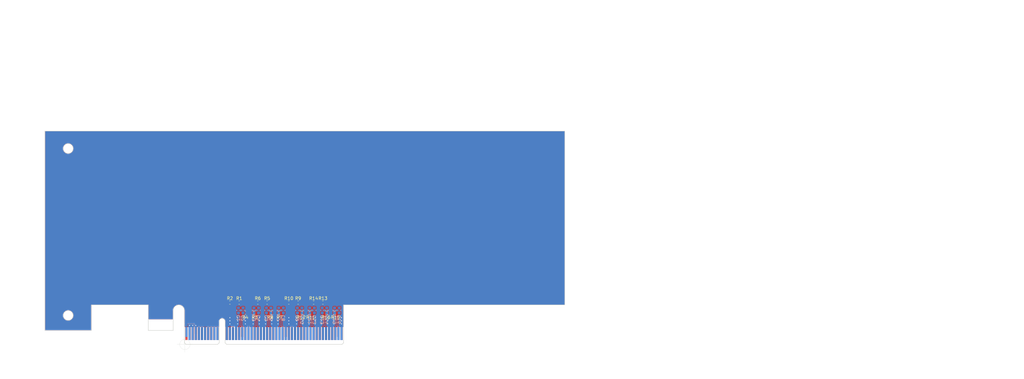
<source format=kicad_pcb>
(kicad_pcb (version 20241229) (generator "pcbnew") (generator_version "9.0")
  (title_block (title "PCIexpress_x16_full") (company "Author: Luca Anastasio"))
  (layers (0 "F.Cu" power) (4 "In1.Cu" power) (6 "In2.Cu" power) (2 "B.Cu" power) (13 "F.Paste" user) (15 "B.Paste" user) (5 "F.SilkS" user "F.Silkscreen") (7 "B.SilkS" user "B.Silkscreen") (1 "F.Mask" user) (3 "B.Mask" user) (25 "Edge.Cuts" user))
  (net 0 "")
  (net 1 "GND")
  (net 2 "Net-(J2-PadA33)")
  (net 3 "Net-(J2-PadA32)")
  (net 4 "Net-(J2-PadA19)")
  (net 5 "+12V")
  (net 6 "+3V3")
  (net 7 "+3.3VA")
  (net 8 "Net-(J2-PadB12)")
  (net 9 "Net-(J2-PadB30)")
  (net 10 "/PER0_P")
  (net 11 "/PER0_N")
  (net 12 "/PER1_P")
  (net 13 "/PER1_N")
  (net 14 "/PER2_P")
  (net 15 "/PER2_N")
  (net 16 "/PER3_P")
  (net 17 "/PER3_N")
  (net 18 "/PER4_P")
  (net 19 "/PER4_N")
  (net 20 "/PER5_P")
  (net 21 "/PER5_N")
  (net 22 "/PER6_P")
  (net 23 "/PER6_N")
  (net 24 "/PER7_P")
  (net 25 "/PER7_N")
  (net 26 "/~{PRSNT2x8}")
  (net 27 "/PET7_N")
  (net 28 "/PET7_P")
  (net 29 "/PET6_N")
  (net 30 "/PET6_P")
  (net 31 "/PET5_N")
  (net 32 "/PET5_P")
  (net 33 "/PET4_N")
  (net 34 "/PET4_P")
  (net 35 "/~{PRSNT2x4}")
  (net 36 "/PET3_N")
  (net 37 "/PET3_P")
  (net 38 "/PET2_N")
  (net 39 "/PET2_P")
  (net 40 "/PET1_N")
  (net 41 "/PET1_P")
  (net 42 "/SMCLK")
  (net 43 "/SMDAT")
  (net 44 "/~{TRST}")
  (net 45 "/~{WAKE}")
  (net 46 "/PET0_P")
  (net 47 "/PET0_N")
  (net 48 "/~{PRSNT2x1}")
  (net 49 "/~{PRSNT1}")
  (net 50 "/TCK")
  (net 51 "/TDI")
  (net 52 "/TDO")
  (net 53 "/TMS")
  (net 54 "/~{PERST}")
  (net 55 "/REFCLK-")
  (net 56 "/REFCLK+")
  (net 57 "/PCIexpress_connector/_PER0_P")
  (net 58 "/PCIexpress_connector/_PER0_N")
  (net 59 "/PCIexpress_connector/_PER1_P")
  (net 60 "/PCIexpress_connector/_PER1_N")
  (net 61 "/PCIexpress_connector/_PER2_P")
  (net 62 "/PCIexpress_connector/_PER2_N")
  (net 63 "/PCIexpress_connector/_PER3_P")
  (net 64 "/PCIexpress_connector/_PER3_N")
  (net 65 "/PCIexpress_connector/_PER4_P")
  (net 66 "/PCIexpress_connector/_PER4_N")
  (net 67 "/PCIexpress_connector/_PER5_P")
  (net 68 "/PCIexpress_connector/_PER5_N")
  (net 69 "/PCIexpress_connector/_PER6_P")
  (net 70 "/PCIexpress_connector/_PER6_N")
  (net 71 "/PCIexpress_connector/_PER7_P")
  (net 72 "/PCIexpress_connector/_PER7_N")
  (footprint "PCIexpress:PCIexpress_bracket_low" (layer "F.Cu") (at 109.625 194.125)
    (property "Reference" "J1" (hide yes))
    (property "Value" "PCIexpress_bracket")
  )
  (footprint "Resistor_SMD:R_0603_1608Metric" (layer "F.Cu") (at 127.125 180.625)
    (property "Reference" "R1" (at 0 -1.375 0) (layer "F.SilkS"))
    (property "Value" "49.9")
    (pad "1" smd roundrect (at -0.7875 0) (size 0.875 0.95) (layers "F.Cu" "F.Mask" "F.Paste") (net 47 "/PET0_N"))
    (pad "2" smd roundrect (at 0.7875 0) (size 0.875 0.95) (layers "F.Cu" "F.Mask" "F.Paste") (net 1 "GND"))
  )
  (footprint "Resistor_SMD:R_0603_1608Metric" (layer "F.Cu") (at 124.125 180.625 180)
    (property "Reference" "R2" (at 0 1.375 0) (layer "F.SilkS"))
    (property "Value" "49.9")
    (pad "1" smd roundrect (at -0.7875 0 180) (size 0.875 0.95) (layers "F.Cu" "F.Mask" "F.Paste") (net 46 "/PET0_P"))
    (pad "2" smd roundrect (at 0.7875 0 180) (size 0.875 0.95) (layers "F.Cu" "F.Mask" "F.Paste") (net 1 "GND"))
  )
  (footprint "Resistor_SMD:R_0603_1608Metric" (layer "F.Cu") (at 136.125 180.625)
    (property "Reference" "R5" (at 0 -1.375 0) (layer "F.SilkS"))
    (property "Value" "49.9")
    (pad "1" smd roundrect (at -0.7875 0) (size 0.875 0.95) (layers "F.Cu" "F.Mask" "F.Paste") (net 38 "/PET2_N"))
    (pad "2" smd roundrect (at 0.7875 0) (size 0.875 0.95) (layers "F.Cu" "F.Mask" "F.Paste") (net 1 "GND"))
  )
  (footprint "Resistor_SMD:R_0603_1608Metric" (layer "F.Cu") (at 133.125 180.625 180)
    (property "Reference" "R6" (at 0 1.375 0) (layer "F.SilkS"))
    (property "Value" "49.9")
    (pad "1" smd roundrect (at -0.7875 0 180) (size 0.875 0.95) (layers "F.Cu" "F.Mask" "F.Paste") (net 39 "/PET2_P"))
    (pad "2" smd roundrect (at 0.7875 0 180) (size 0.875 0.95) (layers "F.Cu" "F.Mask" "F.Paste") (net 1 "GND"))
  )
  (footprint "Resistor_SMD:R_0603_1608Metric" (layer "F.Cu") (at 140.125 183.875)
    (property "Reference" "R7" (at 0 1.5 0) (layer "F.SilkS"))
    (property "Value" "49.9")
    (pad "1" smd roundrect (at -0.7875 0) (size 0.875 0.95) (layers "F.Cu" "F.Mask" "F.Paste") (net 36 "/PET3_N"))
    (pad "2" smd roundrect (at 0.7875 0) (size 0.875 0.95) (layers "F.Cu" "F.Mask" "F.Paste") (net 1 "GND"))
  )
  (footprint "Resistor_SMD:R_0603_1608Metric" (layer "F.Cu") (at 137.125 183.875 180)
    (property "Reference" "R8" (at 0 -1.5 0) (layer "F.SilkS"))
    (property "Value" "49.9")
    (pad "1" smd roundrect (at -0.7875 0 180) (size 0.875 0.95) (layers "F.Cu" "F.Mask" "F.Paste") (net 37 "/PET3_P"))
    (pad "2" smd roundrect (at 0.7875 0 180) (size 0.875 0.95) (layers "F.Cu" "F.Mask" "F.Paste") (net 1 "GND"))
  )
  (footprint "Resistor_SMD:R_0603_1608Metric" (layer "F.Cu") (at 146.125 180.625)
    (property "Reference" "R9" (at 0 -1.375 0) (layer "F.SilkS"))
    (property "Value" "49.9")
    (pad "1" smd roundrect (at -0.7875 0) (size 0.875 0.95) (layers "F.Cu" "F.Mask" "F.Paste") (net 33 "/PET4_N"))
    (pad "2" smd roundrect (at 0.7875 0) (size 0.875 0.95) (layers "F.Cu" "F.Mask" "F.Paste") (net 1 "GND"))
  )
  (footprint "Resistor_SMD:R_0603_1608Metric" (layer "F.Cu") (at 143.125 180.625 180)
    (property "Reference" "R10" (at 0 1.375 0) (layer "F.SilkS"))
    (property "Value" "49.9")
    (pad "1" smd roundrect (at -0.7875 0 180) (size 0.875 0.95) (layers "F.Cu" "F.Mask" "F.Paste") (net 34 "/PET4_P"))
    (pad "2" smd roundrect (at 0.7875 0 180) (size 0.875 0.95) (layers "F.Cu" "F.Mask" "F.Paste") (net 1 "GND"))
  )
  (footprint "Resistor_SMD:R_0603_1608Metric" (layer "F.Cu") (at 150.125 183.875)
    (property "Reference" "R11" (at 0 1.5 0) (layer "F.SilkS"))
    (property "Value" "49.9")
    (pad "1" smd roundrect (at -0.7875 0) (size 0.875 0.95) (layers "F.Cu" "F.Mask" "F.Paste") (net 31 "/PET5_N"))
    (pad "2" smd roundrect (at 0.7875 0) (size 0.875 0.95) (layers "F.Cu" "F.Mask" "F.Paste") (net 1 "GND"))
  )
  (footprint "Resistor_SMD:R_0603_1608Metric" (layer "F.Cu") (at 147.125 183.875 180)
    (property "Reference" "R12" (at 0 -1.5 0) (layer "F.SilkS"))
    (property "Value" "49.9")
    (pad "1" smd roundrect (at -0.7875 0 180) (size 0.875 0.95) (layers "F.Cu" "F.Mask" "F.Paste") (net 32 "/PET5_P"))
    (pad "2" smd roundrect (at 0.7875 0 180) (size 0.875 0.95) (layers "F.Cu" "F.Mask" "F.Paste") (net 1 "GND"))
  )
  (footprint "Resistor_SMD:R_0603_1608Metric" (layer "F.Cu") (at 154.125 180.625)
    (property "Reference" "R13" (at 0 -1.375 0) (layer "F.SilkS"))
    (property "Value" "49.9")
    (pad "1" smd roundrect (at -0.7875 0) (size 0.875 0.95) (layers "F.Cu" "F.Mask" "F.Paste") (net 29 "/PET6_N"))
    (pad "2" smd roundrect (at 0.7875 0) (size 0.875 0.95) (layers "F.Cu" "F.Mask" "F.Paste") (net 1 "GND"))
  )
  (footprint "Resistor_SMD:R_0603_1608Metric" (layer "F.Cu") (at 151.125 180.625 180)
    (property "Reference" "R14" (at 0 1.375 0) (layer "F.SilkS"))
    (property "Value" "49.9")
    (pad "1" smd roundrect (at -0.7875 0 180) (size 0.875 0.95) (layers "F.Cu" "F.Mask" "F.Paste") (net 30 "/PET6_P"))
    (pad "2" smd roundrect (at 0.7875 0 180) (size 0.875 0.95) (layers "F.Cu" "F.Mask" "F.Paste") (net 1 "GND"))
  )
  (footprint "Resistor_SMD:R_0603_1608Metric" (layer "F.Cu") (at 158.125 183.875)
    (property "Reference" "R15" (at 0 1.5 0) (layer "F.SilkS"))
    (property "Value" "49.9")
    (pad "1" smd roundrect (at -0.7875 0) (size 0.875 0.95) (layers "F.Cu" "F.Mask" "F.Paste") (net 27 "/PET7_N"))
    (pad "2" smd roundrect (at 0.7875 0) (size 0.875 0.95) (layers "F.Cu" "F.Mask" "F.Paste") (net 1 "GND"))
  )
  (footprint "Resistor_SMD:R_0603_1608Metric" (layer "F.Cu") (at 155.125 183.875 180)
    (property "Reference" "R16" (at 0 -1.5 0) (layer "F.SilkS"))
    (property "Value" "49.9")
    (pad "1" smd roundrect (at -0.7875 0 180) (size 0.875 0.95) (layers "F.Cu" "F.Mask" "F.Paste") (net 28 "/PET7_P"))
    (pad "2" smd roundrect (at 0.7875 0 180) (size 0.875 0.95) (layers "F.Cu" "F.Mask" "F.Paste") (net 1 "GND"))
  )
  (footprint "Resistor_SMD:R_0603_1608Metric" (layer "F.Cu") (at 129.125 183.875 180)
    (property "Reference" "R4" (at 0 -1.5 0) (layer "F.SilkS"))
    (property "Value" "49.9")
    (pad "1" smd roundrect (at -0.7875 0 180) (size 0.875 0.95) (layers "F.Cu" "F.Mask" "F.Paste") (net 41 "/PET1_P"))
    (pad "2" smd roundrect (at 0.7875 0 180) (size 0.875 0.95) (layers "F.Cu" "F.Mask" "F.Paste") (net 1 "GND"))
  )
  (footprint "Resistor_SMD:R_0603_1608Metric" (layer "F.Cu") (at 132.125 183.875)
    (property "Reference" "R3" (at 0 1.5 0) (layer "F.SilkS"))
    (property "Value" "49.9")
    (pad "1" smd roundrect (at -0.7875 0) (size 0.875 0.95) (layers "F.Cu" "F.Mask" "F.Paste") (net 40 "/PET1_N"))
    (pad "2" smd roundrect (at 0.7875 0) (size 0.875 0.95) (layers "F.Cu" "F.Mask" "F.Paste") (net 1 "GND"))
  )
  (footprint "PCIexpress:PCIexpress_x8" (layer "F.Cu") (at 109.625 194.125)
    (property "Reference" "J2" (hide yes))
    (property "Value" "PCIexpress_x8")
    (pad "A1" connect rect (at 0.5 -4) (size 0.7 3.2) (layers "B.Cu") (net 49 "/~{PRSNT1}"))
    (pad "A2" connect rect (at 1.5 -3.5) (size 0.7 4.2) (layers "B.Cu") (net 5 "+12V"))
    (pad "A3" connect rect (at 2.5 -3.5) (size 0.7 4.2) (layers "B.Cu") (net 5 "+12V"))
    (pad "A4" connect rect (at 3.5 -3.5) (size 0.7 4.2) (layers "B.Cu") (net 1 "GND"))
    (pad "A5" connect rect (at 4.5 -3.5) (size 0.7 4.2) (layers "B.Cu") (net 50 "/TCK"))
    (pad "A6" connect rect (at 5.5 -3.5) (size 0.7 4.2) (layers "B.Cu") (net 51 "/TDI"))
    (pad "A7" connect rect (at 6.5 -3.5) (size 0.7 4.2) (layers "B.Cu") (net 52 "/TDO"))
    (pad "A8" connect rect (at 7.5 -3.5) (size 0.7 4.2) (layers "B.Cu") (net 53 "/TMS"))
    (pad "A9" connect rect (at 8.5 -3.5) (size 0.7 4.2) (layers "B.Cu") (net 6 "+3V3"))
    (pad "A10" connect rect (at 9.5 -3.5) (size 0.7 4.2) (layers "B.Cu") (net 6 "+3V3"))
    (pad "A11" connect rect (at 10.5 -3.5) (size 0.7 4.2) (layers "B.Cu") (net 54 "/~{PERST}"))
    (pad "A12" connect rect (at 13.5 -3.5) (size 0.7 4.2) (layers "B.Cu") (net 1 "GND"))
    (pad "A13" connect rect (at 14.5 -3.5) (size 0.7 4.2) (layers "B.Cu") (net 56 "/REFCLK+"))
    (pad "A14" connect rect (at 15.5 -3.5) (size 0.7 4.2) (layers "B.Cu") (net 55 "/REFCLK-"))
    (pad "A15" connect rect (at 16.5 -3.5) (size 0.7 4.2) (layers "B.Cu") (net 1 "GND"))
    (pad "A16" connect rect (at 17.5 -3.5) (size 0.7 4.2) (layers "B.Cu") (net 57 "/PCIexpress_connector/_PER0_P"))
    (pad "A17" connect rect (at 18.5 -3.5) (size 0.7 4.2) (layers "B.Cu") (net 58 "/PCIexpress_connector/_PER0_N"))
    (pad "A18" connect rect (at 19.5 -3.5) (size 0.7 4.2) (layers "B.Cu") (net 1 "GND"))
    (pad "A19" connect rect (at 20.5 -3.5) (size 0.7 4.2) (layers "B.Cu") (net 4 "Net-(J2-PadA19)"))
    (pad "A20" connect rect (at 21.5 -3.5) (size 0.7 4.2) (layers "B.Cu") (net 1 "GND"))
    (pad "A21" connect rect (at 22.5 -3.5) (size 0.7 4.2) (layers "B.Cu") (net 59 "/PCIexpress_connector/_PER1_P"))
    (pad "A22" connect rect (at 23.5 -3.5) (size 0.7 4.2) (layers "B.Cu") (net 60 "/PCIexpress_connector/_PER1_N"))
    (pad "A23" connect rect (at 24.5 -3.5) (size 0.7 4.2) (layers "B.Cu") (net 1 "GND"))
    (pad "A24" connect rect (at 25.5 -3.5) (size 0.7 4.2) (layers "B.Cu") (net 1 "GND"))
    (pad "A25" connect rect (at 26.5 -3.5) (size 0.7 4.2) (layers "B.Cu") (net 61 "/PCIexpress_connector/_PER2_P"))
    (pad "A26" connect rect (at 27.5 -3.5) (size 0.7 4.2) (layers "B.Cu") (net 62 "/PCIexpress_connector/_PER2_N"))
    (pad "A27" connect rect (at 28.5 -3.5) (size 0.7 4.2) (layers "B.Cu") (net 1 "GND"))
    (pad "A28" connect rect (at 29.5 -3.5) (size 0.7 4.2) (layers "B.Cu") (net 1 "GND"))
    (pad "A29" connect rect (at 30.5 -3.5) (size 0.7 4.2) (layers "B.Cu") (net 63 "/PCIexpress_connector/_PER3_P"))
    (pad "A30" connect rect (at 31.5 -3.5) (size 0.7 4.2) (layers "B.Cu") (net 64 "/PCIexpress_connector/_PER3_N"))
    (pad "A31" connect rect (at 32.5 -3.5) (size 0.7 4.2) (layers "B.Cu") (net 1 "GND"))
    (pad "A32" connect rect (at 33.5 -3.5) (size 0.7 4.2) (layers "B.Cu") (net 3 "Net-(J2-PadA32)"))
    (pad "A33" connect rect (at 34.5 -3.5) (size 0.7 4.2) (layers "B.Cu") (net 2 "Net-(J2-PadA33)"))
    (pad "A34" connect rect (at 35.5 -3.5) (size 0.7 4.2) (layers "B.Cu") (net 1 "GND"))
    (pad "A35" connect rect (at 36.5 -3.5) (size 0.7 4.2) (layers "B.Cu") (net 65 "/PCIexpress_connector/_PER4_P"))
    (pad "A36" connect rect (at 37.5 -3.5) (size 0.7 4.2) (layers "B.Cu") (net 66 "/PCIexpress_connector/_PER4_N"))
    (pad "A37" connect rect (at 38.5 -3.5) (size 0.7 4.2) (layers "B.Cu") (net 1 "GND"))
    (pad "A38" connect rect (at 39.5 -3.5) (size 0.7 4.2) (layers "B.Cu") (net 1 "GND"))
    (pad "A39" connect rect (at 40.5 -3.5) (size 0.7 4.2) (layers "B.Cu") (net 67 "/PCIexpress_connector/_PER5_P"))
    (pad "A40" connect rect (at 41.5 -3.5) (size 0.7 4.2) (layers "B.Cu") (net 68 "/PCIexpress_connector/_PER5_N"))
    (pad "A41" connect rect (at 42.5 -3.5) (size 0.7 4.2) (layers "B.Cu") (net 1 "GND"))
    (pad "A42" connect rect (at 43.5 -3.5) (size 0.7 4.2) (layers "B.Cu") (net 1 "GND"))
    (pad "A43" connect rect (at 44.5 -3.5) (size 0.7 4.2) (layers "B.Cu") (net 69 "/PCIexpress_connector/_PER6_P"))
    (pad "A44" connect rect (at 45.5 -3.5) (size 0.7 4.2) (layers "B.Cu") (net 70 "/PCIexpress_connector/_PER6_N"))
    (pad "A45" connect rect (at 46.5 -3.5) (size 0.7 4.2) (layers "B.Cu") (net 1 "GND"))
    (pad "A46" connect rect (at 47.5 -3.5) (size 0.7 4.2) (layers "B.Cu") (net 1 "GND"))
    (pad "A47" connect rect (at 48.5 -3.5) (size 0.7 4.2) (layers "B.Cu") (net 71 "/PCIexpress_connector/_PER7_P"))
    (pad "A48" connect rect (at 49.5 -3.5) (size 0.7 4.2) (layers "B.Cu") (net 72 "/PCIexpress_connector/_PER7_N"))
    (pad "A49" connect rect (at 50.5 -3.5) (size 0.7 4.2) (layers "B.Cu") (net 1 "GND"))
    (pad "B1" connect rect (at 0.5 -3.5) (size 0.7 4.2) (layers "F.Cu") (net 5 "+12V"))
    (pad "B2" connect rect (at 1.5 -3.5) (size 0.7 4.2) (layers "F.Cu") (net 5 "+12V"))
    (pad "B3" connect rect (at 2.5 -3.5) (size 0.7 4.2) (layers "F.Cu") (net 5 "+12V"))
    (pad "B4" connect rect (at 3.5 -3.5) (size 0.7 4.2) (layers "F.Cu") (net 1 "GND"))
    (pad "B5" connect rect (at 4.5 -3.5) (size 0.7 4.2) (layers "F.Cu") (net 42 "/SMCLK"))
    (pad "B6" connect rect (at 5.5 -3.5) (size 0.7 4.2) (layers "F.Cu") (net 43 "/SMDAT"))
    (pad "B7" connect rect (at 6.5 -3.5) (size 0.7 4.2) (layers "F.Cu") (net 1 "GND"))
    (pad "B8" connect rect (at 7.5 -3.5) (size 0.7 4.2) (layers "F.Cu") (net 6 "+3V3"))
    (pad "B9" connect rect (at 8.5 -3.5) (size 0.7 4.2) (layers "F.Cu") (net 44 "/~{TRST}"))
    (pad "B10" connect rect (at 9.5 -3.5) (size 0.7 4.2) (layers "F.Cu") (net 7 "+3.3VA"))
    (pad "B11" connect rect (at 10.5 -3.5) (size 0.7 4.2) (layers "F.Cu") (net 45 "/~{WAKE}"))
    (pad "B12" connect rect (at 13.5 -3.5) (size 0.7 4.2) (layers "F.Cu") (net 8 "Net-(J2-PadB12)"))
    (pad "B13" connect rect (at 14.5 -3.5) (size 0.7 4.2) (layers "F.Cu") (net 1 "GND"))
    (pad "B14" connect rect (at 15.5 -3.5) (size 0.7 4.2) (layers "F.Cu") (net 46 "/PET0_P"))
    (pad "B15" connect rect (at 16.5 -3.5) (size 0.7 4.2) (layers "F.Cu") (net 47 "/PET0_N"))
    (pad "B16" connect rect (at 17.5 -3.5) (size 0.7 4.2) (layers "F.Cu") (net 1 "GND"))
    (pad "B17" connect rect (at 18.5 -4) (size 0.7 3.2) (layers "F.Cu") (net 48 "/~{PRSNT2x1}"))
    (pad "B18" connect rect (at 19.5 -3.5) (size 0.7 4.2) (layers "F.Cu") (net 1 "GND"))
    (pad "B19" connect rect (at 20.5 -3.5) (size 0.7 4.2) (layers "F.Cu") (net 41 "/PET1_P"))
    (pad "B20" connect rect (at 21.5 -3.5) (size 0.7 4.2) (layers "F.Cu") (net 40 "/PET1_N"))
    (pad "B21" connect rect (at 22.5 -3.5) (size 0.7 4.2) (layers "F.Cu") (net 1 "GND"))
    (pad "B22" connect rect (at 23.5 -3.5) (size 0.7 4.2) (layers "F.Cu") (net 1 "GND"))
    (pad "B23" connect rect (at 24.5 -3.5) (size 0.7 4.2) (layers "F.Cu") (net 39 "/PET2_P"))
    (pad "B24" connect rect (at 25.5 -3.5) (size 0.7 4.2) (layers "F.Cu") (net 38 "/PET2_N"))
    (pad "B25" connect rect (at 26.5 -3.5) (size 0.7 4.2) (layers "F.Cu") (net 1 "GND"))
    (pad "B26" connect rect (at 27.5 -3.5) (size 0.7 4.2) (layers "F.Cu") (net 1 "GND"))
    (pad "B27" connect rect (at 28.5 -3.5) (size 0.7 4.2) (layers "F.Cu") (net 37 "/PET3_P"))
    (pad "B28" connect rect (at 29.5 -3.5) (size 0.7 4.2) (layers "F.Cu") (net 36 "/PET3_N"))
    (pad "B29" connect rect (at 30.5 -3.5) (size 0.7 4.2) (layers "F.Cu") (net 1 "GND"))
    (pad "B30" connect rect (at 31.5 -3.5) (size 0.7 4.2) (layers "F.Cu") (net 9 "Net-(J2-PadB30)"))
    (pad "B31" connect rect (at 32.5 -4) (size 0.7 3.2) (layers "F.Cu") (net 35 "/~{PRSNT2x4}"))
    (pad "B32" connect rect (at 33.5 -3.5) (size 0.7 4.2) (layers "F.Cu") (net 1 "GND"))
    (pad "B33" connect rect (at 34.5 -3.5) (size 0.7 4.2) (layers "F.Cu") (net 34 "/PET4_P"))
    (pad "B34" connect rect (at 35.5 -3.5) (size 0.7 4.2) (layers "F.Cu") (net 33 "/PET4_N"))
    (pad "B35" connect rect (at 36.5 -3.5) (size 0.7 4.2) (layers "F.Cu") (net 1 "GND"))
    (pad "B36" connect rect (at 37.5 -3.5) (size 0.7 4.2) (layers "F.Cu") (net 1 "GND"))
    (pad "B37" connect rect (at 38.5 -3.5) (size 0.7 4.2) (layers "F.Cu") (net 32 "/PET5_P"))
    (pad "B38" connect rect (at 39.5 -3.5) (size 0.7 4.2) (layers "F.Cu") (net 31 "/PET5_N"))
    (pad "B39" connect rect (at 40.5 -3.5) (size 0.7 4.2) (layers "F.Cu") (net 1 "GND"))
    (pad "B40" connect rect (at 41.5 -3.5) (size 0.7 4.2) (layers "F.Cu") (net 1 "GND"))
    (pad "B41" connect rect (at 42.5 -3.5) (size 0.7 4.2) (layers "F.Cu") (net 30 "/PET6_P"))
    (pad "B42" connect rect (at 43.5 -3.5) (size 0.7 4.2) (layers "F.Cu") (net 29 "/PET6_N"))
    (pad "B43" connect rect (at 44.5 -3.5) (size 0.7 4.2) (layers "F.Cu") (net 1 "GND"))
    (pad "B44" connect rect (at 45.5 -3.5) (size 0.7 4.2) (layers "F.Cu") (net 1 "GND"))
    (pad "B45" connect rect (at 46.5 -3.5) (size 0.7 4.2) (layers "F.Cu") (net 28 "/PET7_P"))
    (pad "B46" connect rect (at 47.5 -3.5) (size 0.7 4.2) (layers "F.Cu") (net 27 "/PET7_N"))
    (pad "B47" connect rect (at 48.5 -3.5) (size 0.7 4.2) (layers "F.Cu") (net 1 "GND"))
    (pad "B48" connect rect (at 49.5 -4) (size 0.7 3.2) (layers "F.Cu") (net 26 "/~{PRSNT2x8}"))
    (pad "B49" connect rect (at 50.5 -3.5) (size 0.7 4.2) (layers "F.Cu") (net 1 "GND"))
  )
  (footprint "Capacitor_SMD:C_0603_1608Metric" (layer "B.Cu") (at 126.875 183.125 -90)
    (property "Reference" "C1" (at 2.5 0 90) (layer "B.SilkS") (effects (justify mirror)))
    (property "Value" "100n")
    (pad "1" smd roundrect (at -0.7875 0 270) (size 0.875 0.95) (layers "B.Cu" "B.Mask" "B.Paste") (net 10 "/PER0_P"))
    (pad "2" smd roundrect (at 0.7875 0 270) (size 0.875 0.95) (layers "B.Cu" "B.Mask" "B.Paste") (net 57 "/PCIexpress_connector/_PER0_P"))
  )
  (footprint "Capacitor_SMD:C_0603_1608Metric" (layer "B.Cu") (at 128.375 183.125 90)
    (property "Reference" "C2" (at -2.5 0 90) (layer "B.SilkS") (effects (justify mirror)))
    (property "Value" "100n")
    (pad "1" smd roundrect (at -0.7875 0 90) (size 0.875 0.95) (layers "B.Cu" "B.Mask" "B.Paste") (net 58 "/PCIexpress_connector/_PER0_N"))
    (pad "2" smd roundrect (at 0.7875 0 90) (size 0.875 0.95) (layers "B.Cu" "B.Mask" "B.Paste") (net 11 "/PER0_N"))
  )
  (footprint "Capacitor_SMD:C_0603_1608Metric" (layer "B.Cu") (at 131.875 183.125 -90)
    (property "Reference" "C3" (at 2.5 0 90) (layer "B.SilkS") (effects (justify mirror)))
    (property "Value" "100n")
    (pad "1" smd roundrect (at -0.7875 0 270) (size 0.875 0.95) (layers "B.Cu" "B.Mask" "B.Paste") (net 12 "/PER1_P"))
    (pad "2" smd roundrect (at 0.7875 0 270) (size 0.875 0.95) (layers "B.Cu" "B.Mask" "B.Paste") (net 59 "/PCIexpress_connector/_PER1_P"))
  )
  (footprint "Capacitor_SMD:C_0603_1608Metric" (layer "B.Cu") (at 133.375 183.125 90)
    (property "Reference" "C4" (at -2.5 0 90) (layer "B.SilkS") (effects (justify mirror)))
    (property "Value" "100n")
    (pad "1" smd roundrect (at -0.7875 0 90) (size 0.875 0.95) (layers "B.Cu" "B.Mask" "B.Paste") (net 60 "/PCIexpress_connector/_PER1_N"))
    (pad "2" smd roundrect (at 0.7875 0 90) (size 0.875 0.95) (layers "B.Cu" "B.Mask" "B.Paste") (net 13 "/PER1_N"))
  )
  (footprint "Capacitor_SMD:C_0603_1608Metric" (layer "B.Cu") (at 135.875 183.125 -90)
    (property "Reference" "C5" (at 2.5 0 90) (layer "B.SilkS") (effects (justify mirror)))
    (property "Value" "100n")
    (pad "1" smd roundrect (at -0.7875 0 270) (size 0.875 0.95) (layers "B.Cu" "B.Mask" "B.Paste") (net 14 "/PER2_P"))
    (pad "2" smd roundrect (at 0.7875 0 270) (size 0.875 0.95) (layers "B.Cu" "B.Mask" "B.Paste") (net 61 "/PCIexpress_connector/_PER2_P"))
  )
  (footprint "Capacitor_SMD:C_0603_1608Metric" (layer "B.Cu") (at 137.375 183.125 90)
    (property "Reference" "C6" (at -2.5 0 90) (layer "B.SilkS") (effects (justify mirror)))
    (property "Value" "100n")
    (pad "1" smd roundrect (at -0.7875 0 90) (size 0.875 0.95) (layers "B.Cu" "B.Mask" "B.Paste") (net 62 "/PCIexpress_connector/_PER2_N"))
    (pad "2" smd roundrect (at 0.7875 0 90) (size 0.875 0.95) (layers "B.Cu" "B.Mask" "B.Paste") (net 15 "/PER2_N"))
  )
  (footprint "Capacitor_SMD:C_0603_1608Metric" (layer "B.Cu") (at 139.875 183.125 -90)
    (property "Reference" "C7" (at 2.5 0 90) (layer "B.SilkS") (effects (justify mirror)))
    (property "Value" "100n")
    (pad "1" smd roundrect (at -0.7875 0 270) (size 0.875 0.95) (layers "B.Cu" "B.Mask" "B.Paste") (net 16 "/PER3_P"))
    (pad "2" smd roundrect (at 0.7875 0 270) (size 0.875 0.95) (layers "B.Cu" "B.Mask" "B.Paste") (net 63 "/PCIexpress_connector/_PER3_P"))
  )
  (footprint "Capacitor_SMD:C_0603_1608Metric" (layer "B.Cu") (at 141.375 183.125 90)
    (property "Reference" "C8" (at -2.5 0 90) (layer "B.SilkS") (effects (justify mirror)))
    (property "Value" "100n")
    (pad "1" smd roundrect (at -0.7875 0 90) (size 0.875 0.95) (layers "B.Cu" "B.Mask" "B.Paste") (net 64 "/PCIexpress_connector/_PER3_N"))
    (pad "2" smd roundrect (at 0.7875 0 90) (size 0.875 0.95) (layers "B.Cu" "B.Mask" "B.Paste") (net 17 "/PER3_N"))
  )
  (footprint "Capacitor_SMD:C_0603_1608Metric" (layer "B.Cu") (at 145.875 183.125 -90)
    (property "Reference" "C9" (at 2.5 0 90) (layer "B.SilkS") (effects (justify mirror)))
    (property "Value" "100n")
    (pad "1" smd roundrect (at -0.7875 0 270) (size 0.875 0.95) (layers "B.Cu" "B.Mask" "B.Paste") (net 18 "/PER4_P"))
    (pad "2" smd roundrect (at 0.7875 0 270) (size 0.875 0.95) (layers "B.Cu" "B.Mask" "B.Paste") (net 65 "/PCIexpress_connector/_PER4_P"))
  )
  (footprint "Capacitor_SMD:C_0603_1608Metric" (layer "B.Cu") (at 147.375 183.125 90)
    (property "Reference" "C10" (at -3 0 90) (layer "B.SilkS") (effects (justify mirror)))
    (property "Value" "100n")
    (pad "1" smd roundrect (at -0.7875 0 90) (size 0.875 0.95) (layers "B.Cu" "B.Mask" "B.Paste") (net 66 "/PCIexpress_connector/_PER4_N"))
    (pad "2" smd roundrect (at 0.7875 0 90) (size 0.875 0.95) (layers "B.Cu" "B.Mask" "B.Paste") (net 19 "/PER4_N"))
  )
  (footprint "Capacitor_SMD:C_0603_1608Metric" (layer "B.Cu") (at 149.875 183.125 -90)
    (property "Reference" "C11" (at 3 0 90) (layer "B.SilkS") (effects (justify mirror)))
    (property "Value" "100n")
    (pad "1" smd roundrect (at -0.7875 0 270) (size 0.875 0.95) (layers "B.Cu" "B.Mask" "B.Paste") (net 20 "/PER5_P"))
    (pad "2" smd roundrect (at 0.7875 0 270) (size 0.875 0.95) (layers "B.Cu" "B.Mask" "B.Paste") (net 67 "/PCIexpress_connector/_PER5_P"))
  )
  (footprint "Capacitor_SMD:C_0603_1608Metric" (layer "B.Cu") (at 151.375 183.125 90)
    (property "Reference" "C12" (at -3 0 90) (layer "B.SilkS") (effects (justify mirror)))
    (property "Value" "100n")
    (pad "1" smd roundrect (at -0.7875 0 90) (size 0.875 0.95) (layers "B.Cu" "B.Mask" "B.Paste") (net 68 "/PCIexpress_connector/_PER5_N"))
    (pad "2" smd roundrect (at 0.7875 0 90) (size 0.875 0.95) (layers "B.Cu" "B.Mask" "B.Paste") (net 21 "/PER5_N"))
  )
  (footprint "Capacitor_SMD:C_0603_1608Metric" (layer "B.Cu") (at 155.375 183.125 90)
    (property "Reference" "C14" (at -3 0 90) (layer "B.SilkS") (effects (justify mirror)))
    (property "Value" "100n")
    (pad "1" smd roundrect (at -0.7875 0 90) (size 0.875 0.95) (layers "B.Cu" "B.Mask" "B.Paste") (net 70 "/PCIexpress_connector/_PER6_N"))
    (pad "2" smd roundrect (at 0.7875 0 90) (size 0.875 0.95) (layers "B.Cu" "B.Mask" "B.Paste") (net 23 "/PER6_N"))
  )
  (footprint "Capacitor_SMD:C_0603_1608Metric" (layer "B.Cu") (at 157.875 183.125 -90)
    (property "Reference" "C15" (at 3 0 90) (layer "B.SilkS") (effects (justify mirror)))
    (property "Value" "100n")
    (pad "1" smd roundrect (at -0.7875 0 270) (size 0.875 0.95) (layers "B.Cu" "B.Mask" "B.Paste") (net 24 "/PER7_P"))
    (pad "2" smd roundrect (at 0.7875 0 270) (size 0.875 0.95) (layers "B.Cu" "B.Mask" "B.Paste") (net 71 "/PCIexpress_connector/_PER7_P"))
  )
  (footprint "Capacitor_SMD:C_0603_1608Metric" (layer "B.Cu") (at 159.375 183.125 90)
    (property "Reference" "C16" (at -3 0 90) (layer "B.SilkS") (effects (justify mirror)))
    (property "Value" "100n")
    (pad "1" smd roundrect (at -0.7875 0 90) (size 0.875 0.95) (layers "B.Cu" "B.Mask" "B.Paste") (net 72 "/PCIexpress_connector/_PER7_N"))
    (pad "2" smd roundrect (at 0.7875 0 90) (size 0.875 0.95) (layers "B.Cu" "B.Mask" "B.Paste") (net 25 "/PER7_N"))
  )
  (footprint "Capacitor_SMD:C_0603_1608Metric" (layer "B.Cu") (at 153.875 183.125 -90)
    (property "Reference" "C13" (at 3 0 90) (layer "B.SilkS") (effects (justify mirror)))
    (property "Value" "100n")
    (pad "1" smd roundrect (at -0.7875 0 270) (size 0.875 0.95) (layers "B.Cu" "B.Mask" "B.Paste") (net 22 "/PER6_P"))
    (pad "2" smd roundrect (at 0.7875 0 270) (size 0.875 0.95) (layers "B.Cu" "B.Mask" "B.Paste") (net 69 "/PCIexpress_connector/_PER6_P"))
  )
  (gr_line (start 109.475 193.625) (end 109.975 194.125) (stroke (width 0.15)) (layer "Edge.Cuts"))
  (gr_line (start 79.475 181.375) (end 97.825 181.375) (stroke (width 0.15)) (layer "Edge.Cuts"))
  (gr_line (start 64.475 125.225) (end 64.475 189.625) (stroke (width 0.15)) (layer "Edge.Cuts"))
  (gr_arc (start 120.675 186.675) (mid 121.625 185.725) (end 122.575 186.675) (stroke (width 0.15)) (layer "Edge.Cuts"))
  (gr_line (start 232.125 181.375) (end 160.775 181.375) (stroke (width 0.15)) (layer "Edge.Cuts"))
  (gr_line (start 122.575 186.675) (end 122.575 193.625) (stroke (width 0.15)) (layer "Edge.Cuts"))
  (gr_line (start 232.125 125.225) (end 64.475 125.225) (stroke (width 0.15)) (layer "Edge.Cuts"))
  (gr_line (start 160.775 193.625) (end 160.275 194.125) (stroke (width 0.15)) (layer "Edge.Cuts"))
  (gr_line (start 122.575 193.625) (end 123.075 194.125) (stroke (width 0.15)) (layer "Edge.Cuts"))
  (gr_circle (center 71.975 184.775) (end 73.575 184.775) (stroke (width 0.15)) (fill no) (layer "Edge.Cuts"))
  (gr_line (start 232.125 181.375) (end 232.125 125.225) (stroke (width 0.15)) (layer "Edge.Cuts"))
  (gr_line (start 64.475 189.625) (end 79.475 189.625) (stroke (width 0.15)) (layer "Edge.Cuts"))
  (gr_line (start 97.825 181.375) (end 97.825 189.625) (stroke (width 0.15)) (layer "Edge.Cuts"))
  (gr_line (start 160.275 194.125) (end 123.075 194.125) (stroke (width 0.15)) (layer "Edge.Cuts"))
  (gr_line (start 97.825 189.625) (end 105.825 189.625) (stroke (width 0.15)) (layer "Edge.Cuts"))
  (gr_line (start 160.775 181.375) (end 160.775 193.625) (stroke (width 0.15)) (layer "Edge.Cuts"))
  (gr_circle (center 71.975 130.875) (end 73.575 130.875) (stroke (width 0.15)) (fill no) (layer "Edge.Cuts"))
  (gr_line (start 105.825 189.625) (end 105.825 183.2) (stroke (width 0.15)) (layer "Edge.Cuts"))
  (gr_arc (start 105.825 183.2) (mid 107.65 181.375) (end 109.475 183.2) (stroke (width 0.15)) (layer "Edge.Cuts"))
  (gr_line (start 79.475 189.625) (end 79.475 181.375) (stroke (width 0.15)) (layer "Edge.Cuts"))
  (gr_line (start 109.475 183.2) (end 109.475 193.625) (stroke (width 0.15)) (layer "Edge.Cuts"))
  (gr_line (start 109.975 194.125) (end 120.175 194.125) (stroke (width 0.15)) (layer "Edge.Cuts"))
  (gr_line (start 120.675 193.625) (end 120.675 186.675) (stroke (width 0.15)) (layer "Edge.Cuts"))
  (gr_line (start 120.175 194.125) (end 120.675 193.625) (stroke (width 0.15)) (layer "Edge.Cuts"))
  (target plus (at 109.625 194.125) (size 5) (width 0.05) (layer "Edge.Cuts"))
  (segment (start 113.125 188.125) (end 113.125 188.125) (width 0.7) (layer "F.Cu") (net 1))
  (segment (start 113.125 190.625) (end 113.125 188) (width 0.7) (layer "F.Cu") (net 1))
  (via (at 124.125 185.5) (size 0.55) (drill 0.3) (layers "F.Cu" "B.Cu") (net 1))
  (via (at 143.125 185.5) (size 0.55) (drill 0.3) (layers "F.Cu" "B.Cu") (net 1))
  (via (at 157.625 185.5) (size 0.55) (drill 0.3) (layers "F.Cu" "B.Cu") (net 1))
  (via (at 135.625 185.5) (size 0.55) (drill 0.3) (layers "F.Cu" "B.Cu") (net 1))
  (via (at 139.625 185.5) (size 0.55) (drill 0.3) (layers "F.Cu" "B.Cu") (net 1))
  (via (at 133.625 185.5) (size 0.55) (drill 0.3) (layers "F.Cu" "B.Cu") (net 1))
  (via (at 129.125 185.5) (size 0.55) (drill 0.3) (layers "F.Cu" "B.Cu") (net 1))
  (via (at 155.625 185.5) (size 0.55) (drill 0.3) (layers "F.Cu" "B.Cu") (net 1))
  (via (at 149.625 185.5) (size 0.55) (drill 0.3) (layers "F.Cu" "B.Cu") (net 1))
  (via (at 147.625 185.5) (size 0.55) (drill 0.3) (layers "F.Cu" "B.Cu") (net 1))
  (via (at 145.625 185.5) (size 0.55) (drill 0.3) (layers "F.Cu" "B.Cu") (net 1))
  (via (at 160.125 185.5) (size 0.55) (drill 0.3) (layers "F.Cu" "B.Cu") (net 1))
  (via (at 151.625 185.5) (size 0.55) (drill 0.3) (layers "F.Cu" "B.Cu") (net 1))
  (via (at 153.625 185.5) (size 0.55) (drill 0.3) (layers "F.Cu" "B.Cu") (net 1))
  (via (at 126.625 185.5) (size 0.55) (drill 0.3) (layers "F.Cu" "B.Cu") (net 1))
  (via (at 131.625 185.5) (size 0.55) (drill 0.3) (layers "F.Cu" "B.Cu") (net 1))
  (via (at 137.625 185.5) (size 0.55) (drill 0.3) (layers "F.Cu" "B.Cu") (net 1))
  (via (at 153.625 186.5) (size 0.55) (drill 0.3) (layers "F.Cu" "B.Cu") (net 1))
  (via (at 157.625 187.5) (size 0.55) (drill 0.3) (layers "F.Cu" "B.Cu") (net 1))
  (via (at 147.625 186.5) (size 0.55) (drill 0.3) (layers "F.Cu" "B.Cu") (net 1))
  (via (at 153.625 187.5) (size 0.55) (drill 0.3) (layers "F.Cu" "B.Cu") (net 1))
  (via (at 155.625 186.5) (size 0.55) (drill 0.3) (layers "F.Cu" "B.Cu") (net 1))
  (via (at 151.625 187.5) (size 0.55) (drill 0.3) (layers "F.Cu" "B.Cu") (net 1))
  (via (at 151.625 186.5) (size 0.55) (drill 0.3) (layers "F.Cu" "B.Cu") (net 1))
  (via (at 135.625 187.5) (size 0.55) (drill 0.3) (layers "F.Cu" "B.Cu") (net 1))
  (via (at 143.125 186.5) (size 0.55) (drill 0.3) (layers "F.Cu" "B.Cu") (net 1))
  (via (at 149.625 187.5) (size 0.55) (drill 0.3) (layers "F.Cu" "B.Cu") (net 1))
  (via (at 139.625 186.5) (size 0.55) (drill 0.3) (layers "F.Cu" "B.Cu") (net 1))
  (via (at 137.625 186.5) (size 0.55) (drill 0.3) (layers "F.Cu" "B.Cu") (net 1))
  (via (at 126.625 186.5) (size 0.55) (drill 0.3) (layers "F.Cu" "B.Cu") (net 1))
  (via (at 139.625 187.5) (size 0.55) (drill 0.3) (layers "F.Cu" "B.Cu") (net 1))
  (via (at 124.125 186.5) (size 0.55) (drill 0.3) (layers "F.Cu" "B.Cu") (net 1))
  (via (at 160.125 186.5) (size 0.55) (drill 0.3) (layers "F.Cu" "B.Cu") (net 1))
  (via (at 113.125 188) (size 0.55) (drill 0.3) (layers "F.Cu" "B.Cu") (net 1))
  (via (at 133.625 187.5) (size 0.55) (drill 0.3) (layers "F.Cu" "B.Cu") (net 1))
  (via (at 137.625 187.5) (size 0.55) (drill 0.3) (layers "F.Cu" "B.Cu") (net 1))
  (via (at 145.625 186.5) (size 0.55) (drill 0.3) (layers "F.Cu" "B.Cu") (net 1))
  (via (at 143.125 187.5) (size 0.55) (drill 0.3) (layers "F.Cu" "B.Cu") (net 1))
  (via (at 160.125 187.5) (size 0.55) (drill 0.3) (layers "F.Cu" "B.Cu") (net 1))
  (via (at 124.125 187.5) (size 0.55) (drill 0.3) (layers "F.Cu" "B.Cu") (net 1))
  (via (at 133.625 186.5) (size 0.55) (drill 0.3) (layers "F.Cu" "B.Cu") (net 1))
  (via (at 149.625 186.5) (size 0.55) (drill 0.3) (layers "F.Cu" "B.Cu") (net 1))
  (via (at 135.625 186.5) (size 0.55) (drill 0.3) (layers "F.Cu" "B.Cu") (net 1))
  (via (at 145.625 187.5) (size 0.55) (drill 0.3) (layers "F.Cu" "B.Cu") (net 1))
  (via (at 147.625 187.5) (size 0.55) (drill 0.3) (layers "F.Cu" "B.Cu") (net 1))
  (via (at 131.625 187.5) (size 0.55) (drill 0.3) (layers "F.Cu" "B.Cu") (net 1))
  (via (at 129.125 187.5) (size 0.55) (drill 0.3) (layers "F.Cu" "B.Cu") (net 1))
  (via (at 157.625 186.5) (size 0.55) (drill 0.3) (layers "F.Cu" "B.Cu") (net 1))
  (via (at 129.125 186.5) (size 0.55) (drill 0.3) (layers "F.Cu" "B.Cu") (net 1))
  (via (at 131.625 186.5) (size 0.55) (drill 0.3) (layers "F.Cu" "B.Cu") (net 1))
  (via (at 155.625 187.5) (size 0.55) (drill 0.3) (layers "F.Cu" "B.Cu") (net 1))
  (via (at 126.625 187.5) (size 0.55) (drill 0.3) (layers "F.Cu" "B.Cu") (net 1))
  (segment (start 111.125 190.625) (end 111.125 188) (width 0.0889) (layer "F.Cu") (net 5))
  (via (at 111.125 188) (size 0.55) (drill 0.3) (layers "F.Cu" "B.Cu") (net 5))
  (via (at 112.125 188) (size 0.55) (drill 0.3) (layers "F.Cu" "B.Cu") (net 5))
  (segment (start 157.3375 184.5375) (end 157.3375 183.875) (width 0.2) (layer "F.Cu") (net 27))
  (segment (start 157.125 188.375) (end 156.825 188.075) (width 0.2) (layer "F.Cu") (net 27))
  (segment (start 156.825 188.075) (end 156.825 185.05) (width 0.2) (layer "F.Cu") (net 27))
  (segment (start 157.125 190.625) (end 157.125 188.375) (width 0.2) (layer "F.Cu") (net 27))
  (segment (start 156.825 185.05) (end 157.3375 184.5375) (width 0.2) (layer "F.Cu") (net 27))
  (segment (start 156.425 185.05) (end 155.9125 184.5375) (width 0.2) (layer "F.Cu") (net 28))
  (segment (start 156.125 188.375) (end 156.425 188.075) (width 0.2) (layer "F.Cu") (net 28))
  (segment (start 156.125 190.625) (end 156.125 188.375) (width 0.2) (layer "F.Cu") (net 28))
  (segment (start 155.9125 184.5375) (end 155.9125 183.875) (width 0.2) (layer "F.Cu") (net 28))
  (segment (start 156.425 188.075) (end 156.425 185.05) (width 0.2) (layer "F.Cu") (net 28))
  (segment (start 153.3375 180.625) (end 153.3375 181.2875) (width 0.2) (layer "F.Cu") (net 29))
  (segment (start 152.825 188.075) (end 153.125 188.375) (width 0.2) (layer "F.Cu") (net 29))
  (segment (start 153.3375 181.2875) (end 152.825 181.8) (width 0.2) (layer "F.Cu") (net 29))
  (segment (start 153.125 188.375) (end 153.125 190.625) (width 0.2) (layer "F.Cu") (net 29))
  (segment (start 152.825 181.8) (end 152.825 188.075) (width 0.2) (layer "F.Cu") (net 29))
  (segment (start 152.425 188.075) (end 152.125 188.375) (width 0.2) (layer "F.Cu") (net 30))
  (segment (start 152.425 181.78125) (end 152.425 188.075) (width 0.2) (layer "F.Cu") (net 30))
  (segment (start 151.9125 181.26875) (end 152.425 181.78125) (width 0.2) (layer "F.Cu") (net 30))
  (segment (start 152.125 188.375) (end 152.125 190.625) (width 0.2) (layer "F.Cu") (net 30))
  (segment (start 151.9125 180.625) (end 151.9125 181.26875) (width 0.2) (layer "F.Cu") (net 30))
  (segment (start 148.825 185.05) (end 149.3375 184.5375) (width 0.2) (layer "F.Cu") (net 31))
  (segment (start 149.125 188.375) (end 148.825 188.075) (width 0.2) (layer "F.Cu") (net 31))
  (segment (start 149.125 190.625) (end 149.125 188.375) (width 0.2) (layer "F.Cu") (net 31))
  (segment (start 149.3375 184.5375) (end 149.3375 183.875) (width 0.2) (layer "F.Cu") (net 31))
  (segment (start 148.825 188.075) (end 148.825 185.05) (width 0.2) (layer "F.Cu") (net 31))
  (segment (start 147.9125 184.5375) (end 147.9125 183.875) (width 0.2) (layer "F.Cu") (net 32))
  (segment (start 148.125 188.375) (end 148.425 188.075) (width 0.2) (layer "F.Cu") (net 32))
  (segment (start 148.425 185.05) (end 147.9125 184.5375) (width 0.2) (layer "F.Cu") (net 32))
  (segment (start 148.425 188.075) (end 148.425 185.05) (width 0.2) (layer "F.Cu") (net 32))
  (segment (start 148.125 190.625) (end 148.125 188.375) (width 0.2) (layer "F.Cu") (net 32))
  (segment (start 144.825 188.075) (end 145.125 188.375) (width 0.2) (layer "F.Cu") (net 33))
  (segment (start 144.825 181.8) (end 144.825 188.075) (width 0.2) (layer "F.Cu") (net 33))
  (segment (start 145.3375 180.625) (end 145.3375 181.2875) (width 0.2) (layer "F.Cu") (net 33))
  (segment (start 145.125 188.375) (end 145.125 190.625) (width 0.2) (layer "F.Cu") (net 33))
  (segment (start 145.3375 181.2875) (end 144.825 181.8) (width 0.2) (layer "F.Cu") (net 33))
  (segment (start 144.125 188.375) (end 144.125 190.625) (width 0.2) (layer "F.Cu") (net 34))
  (segment (start 144.425 188.075) (end 144.125 188.375) (width 0.2) (layer "F.Cu") (net 34))
  (segment (start 143.9125 181.26875) (end 144.425 181.78125) (width 0.2) (layer "F.Cu") (net 34))
  (segment (start 144.425 181.78125) (end 144.425 188.075) (width 0.2) (layer "F.Cu") (net 34))
  (segment (start 143.9125 180.625) (end 143.9125 181.26875) (width 0.2) (layer "F.Cu") (net 34))
  (segment (start 139.125 190.625) (end 139.125 188.375) (width 0.2) (layer "F.Cu") (net 36))
  (segment (start 138.825 188.075) (end 138.825 185.05) (width 0.2) (layer "F.Cu") (net 36))
  (segment (start 139.125 188.375) (end 138.825 188.075) (width 0.2) (layer "F.Cu") (net 36))
  (segment (start 139.3375 184.5375) (end 139.3375 183.875) (width 0.2) (layer "F.Cu") (net 36))
  (segment (start 138.825 185.05) (end 139.3375 184.5375) (width 0.2) (layer "F.Cu") (net 36))
  (segment (start 137.9125 184.5375) (end 137.9125 183.875) (width 0.2) (layer "F.Cu") (net 37))
  (segment (start 138.425 188.075) (end 138.425 185.05) (width 0.2) (layer "F.Cu") (net 37))
  (segment (start 138.125 188.375) (end 138.425 188.075) (width 0.2) (layer "F.Cu") (net 37))
  (segment (start 138.125 190.625) (end 138.125 188.375) (width 0.2) (layer "F.Cu") (net 37))
  (segment (start 138.425 185.05) (end 137.9125 184.5375) (width 0.2) (layer "F.Cu") (net 37))
  (segment (start 135.125 188.375) (end 135.125 190.625) (width 0.2) (layer "F.Cu") (net 38))
  (segment (start 135.3375 181.2875) (end 134.825 181.8) (width 0.2) (layer "F.Cu") (net 38))
  (segment (start 134.825 188.075) (end 135.125 188.375) (width 0.2) (layer "F.Cu") (net 38))
  (segment (start 134.825 181.8) (end 134.825 188.075) (width 0.2) (layer "F.Cu") (net 38))
  (segment (start 135.3375 180.625) (end 135.3375 181.2875) (width 0.2) (layer "F.Cu") (net 38))
  (segment (start 134.425 188.075) (end 134.125 188.375) (width 0.2) (layer "F.Cu") (net 39))
  (segment (start 133.9125 181.26875) (end 134.425 181.78125) (width 0.2) (layer "F.Cu") (net 39))
  (segment (start 134.425 181.78125) (end 134.425 188.075) (width 0.2) (layer "F.Cu") (net 39))
  (segment (start 133.9125 180.625) (end 133.9125 181.26875) (width 0.2) (layer "F.Cu") (net 39))
  (segment (start 134.125 188.375) (end 134.125 190.625) (width 0.2) (layer "F.Cu") (net 39))
  (segment (start 130.825 185.05) (end 131.3375 184.5375) (width 0.2) (layer "F.Cu") (net 40))
  (segment (start 130.825 188.075) (end 130.825 185.05) (width 0.2) (layer "F.Cu") (net 40))
  (segment (start 131.3375 184.5375) (end 131.3375 183.875) (width 0.2) (layer "F.Cu") (net 40))
  (segment (start 131.125 188.375) (end 130.825 188.075) (width 0.2) (layer "F.Cu") (net 40))
  (segment (start 131.125 190.625) (end 131.125 188.375) (width 0.2) (layer "F.Cu") (net 40))
  (segment (start 130.125 188.375) (end 130.425 188.075) (width 0.2) (layer "F.Cu") (net 41))
  (segment (start 130.425 188.075) (end 130.425 185.05) (width 0.2) (layer "F.Cu") (net 41))
  (segment (start 130.125 190.625) (end 130.125 188.375) (width 0.2) (layer "F.Cu") (net 41))
  (segment (start 130.425 185.05) (end 129.9125 184.5375) (width 0.2) (layer "F.Cu") (net 41))
  (segment (start 129.9125 184.5375) (end 129.9125 183.875) (width 0.2) (layer "F.Cu") (net 41))
  (segment (start 125.425 181.78125) (end 124.9125 181.26875) (width 0.2) (layer "F.Cu") (net 46))
  (segment (start 125.125 190.625) (end 125.125 188.375) (width 0.2) (layer "F.Cu") (net 46))
  (segment (start 125.425 188.075) (end 125.425 181.78125) (width 0.2) (layer "F.Cu") (net 46))
  (segment (start 124.9125 181.26875) (end 124.9125 180.625) (width 0.2) (layer "F.Cu") (net 46))
  (segment (start 125.125 188.375) (end 125.425 188.075) (width 0.2) (layer "F.Cu") (net 46))
  (segment (start 126.3375 181.2875) (end 126.3375 180.625) (width 0.2) (layer "F.Cu") (net 47))
  (segment (start 126.125 188.375) (end 125.825 188.075) (width 0.2) (layer "F.Cu") (net 47))
  (segment (start 126.125 190.625) (end 126.125 188.375) (width 0.2) (layer "F.Cu") (net 47))
  (segment (start 125.825 188.075) (end 125.825 181.8) (width 0.2) (layer "F.Cu") (net 47))
  (segment (start 125.825 181.8) (end 126.3375 181.2875) (width 0.2) (layer "F.Cu") (net 47))
  (segment (start 126.875 184.5) (end 127.425 185.05) (width 0.2) (layer "B.Cu") (net 57))
  (segment (start 126.875 183.9125) (end 126.875 184.5) (width 0.2) (layer "B.Cu") (net 57))
  (segment (start 127.125 188.375) (end 127.125 190.625) (width 0.2) (layer "B.Cu") (net 57))
  (segment (start 127.425 185.05) (end 127.425 188.075) (width 0.2) (layer "B.Cu") (net 57))
  (segment (start 127.425 188.075) (end 127.125 188.375) (width 0.2) (layer "B.Cu") (net 57))
  (segment (start 128.125 188.375) (end 128.125 190.625) (width 0.2) (layer "B.Cu") (net 58))
  (segment (start 127.825 188.075) (end 128.125 188.375) (width 0.2) (layer "B.Cu") (net 58))
  (segment (start 128.375 183.9125) (end 128.375 184.5) (width 0.2) (layer "B.Cu") (net 58))
  (segment (start 128.375 184.5) (end 127.825 185.05) (width 0.2) (layer "B.Cu") (net 58))
  (segment (start 127.825 185.05) (end 127.825 188.075) (width 0.2) (layer "B.Cu") (net 58))
  (segment (start 132.425 188.075) (end 132.125 188.375) (width 0.2) (layer "B.Cu") (net 59))
  (segment (start 132.425 185.05) (end 132.425 188.075) (width 0.2) (layer "B.Cu") (net 59))
  (segment (start 131.875 184.5) (end 132.425 185.05) (width 0.2) (layer "B.Cu") (net 59))
  (segment (start 132.125 188.375) (end 132.125 190.625) (width 0.2) (layer "B.Cu") (net 59))
  (segment (start 131.875 183.9125) (end 131.875 184.5) (width 0.2) (layer "B.Cu") (net 59))
  (segment (start 133.125 188.375) (end 133.125 190.625) (width 0.2) (layer "B.Cu") (net 60))
  (segment (start 132.825 185.05) (end 132.825 188.075) (width 0.2) (layer "B.Cu") (net 60))
  (segment (start 133.375 184.5) (end 132.825 185.05) (width 0.2) (layer "B.Cu") (net 60))
  (segment (start 133.375 183.9125) (end 133.375 184.5) (width 0.2) (layer "B.Cu") (net 60))
  (segment (start 132.825 188.075) (end 133.125 188.375) (width 0.2) (layer "B.Cu") (net 60))
  (segment (start 136.425 188.075) (end 136.125 188.375) (width 0.2) (layer "B.Cu") (net 61))
  (segment (start 136.425 185.05) (end 136.425 188.075) (width 0.2) (layer "B.Cu") (net 61))
  (segment (start 135.875 184.5) (end 136.425 185.05) (width 0.2) (layer "B.Cu") (net 61))
  (segment (start 136.125 188.375) (end 136.125 190.625) (width 0.2) (layer "B.Cu") (net 61))
  (segment (start 135.875 183.9125) (end 135.875 184.5) (width 0.2) (layer "B.Cu") (net 61))
  (segment (start 137.125 188.375) (end 137.125 190.625) (width 0.2) (layer "B.Cu") (net 62))
  (segment (start 136.825 185.05) (end 136.825 188.075) (width 0.2) (layer "B.Cu") (net 62))
  (segment (start 137.375 184.5) (end 136.825 185.05) (width 0.2) (layer "B.Cu") (net 62))
  (segment (start 137.375 183.9125) (end 137.375 184.5) (width 0.2) (layer "B.Cu") (net 62))
  (segment (start 136.825 188.075) (end 137.125 188.375) (width 0.2) (layer "B.Cu") (net 62))
  (segment (start 139.875 184.5) (end 140.425 185.05) (width 0.2) (layer "B.Cu") (net 63))
  (segment (start 140.425 188.075) (end 140.125 188.375) (width 0.2) (layer "B.Cu") (net 63))
  (segment (start 139.875 183.9125) (end 139.875 184.5) (width 0.2) (layer "B.Cu") (net 63))
  (segment (start 140.425 185.05) (end 140.425 188.075) (width 0.2) (layer "B.Cu") (net 63))
  (segment (start 140.125 188.375) (end 140.125 190.625) (width 0.2) (layer "B.Cu") (net 63))
  (segment (start 140.825 188.075) (end 141.125 188.375) (width 0.2) (layer "B.Cu") (net 64))
  (segment (start 141.375 184.5) (end 140.825 185.05) (width 0.2) (layer "B.Cu") (net 64))
  (segment (start 140.825 185.05) (end 140.825 188.075) (width 0.2) (layer "B.Cu") (net 64))
  (segment (start 141.375 183.9125) (end 141.375 184.5) (width 0.2) (layer "B.Cu") (net 64))
  (segment (start 141.125 188.375) (end 141.125 190.625) (width 0.2) (layer "B.Cu") (net 64))
  (segment (start 145.875 183.9125) (end 145.875 184.5) (width 0.2) (layer "B.Cu") (net 65))
  (segment (start 146.125 188.375) (end 146.125 190.625) (width 0.2) (layer "B.Cu") (net 65))
  (segment (start 145.875 184.5) (end 146.425 185.05) (width 0.2) (layer "B.Cu") (net 65))
  (segment (start 146.425 188.075) (end 146.125 188.375) (width 0.2) (layer "B.Cu") (net 65))
  (segment (start 146.425 185.05) (end 146.425 188.075) (width 0.2) (layer "B.Cu") (net 65))
  (segment (start 147.375 183.9125) (end 147.375 184.5) (width 0.2) (layer "B.Cu") (net 66))
  (segment (start 146.825 185.05) (end 146.825 188.075) (width 0.2) (layer "B.Cu") (net 66))
  (segment (start 147.375 184.5) (end 146.825 185.05) (width 0.2) (layer "B.Cu") (net 66))
  (segment (start 147.125 188.375) (end 147.125 190.625) (width 0.2) (layer "B.Cu") (net 66))
  (segment (start 146.825 188.075) (end 147.125 188.375) (width 0.2) (layer "B.Cu") (net 66))
  (segment (start 150.425 188.075) (end 150.125 188.375) (width 0.2) (layer "B.Cu") (net 67))
  (segment (start 149.875 183.9125) (end 149.875 184.5) (width 0.2) (layer "B.Cu") (net 67))
  (segment (start 150.125 188.375) (end 150.125 190.625) (width 0.2) (layer "B.Cu") (net 67))
  (segment (start 149.875 184.5) (end 150.425 185.05) (width 0.2) (layer "B.Cu") (net 67))
  (segment (start 150.425 185.05) (end 150.425 188.075) (width 0.2) (layer "B.Cu") (net 67))
  (segment (start 151.375 184.5) (end 150.825 185.05) (width 0.2) (layer "B.Cu") (net 68))
  (segment (start 151.375 183.9125) (end 151.375 184.5) (width 0.2) (layer "B.Cu") (net 68))
  (segment (start 150.825 185.05) (end 150.825 188.075) (width 0.2) (layer "B.Cu") (net 68))
  (segment (start 151.125 188.375) (end 151.125 190.625) (width 0.2) (layer "B.Cu") (net 68))
  (segment (start 150.825 188.075) (end 151.125 188.375) (width 0.2) (layer "B.Cu") (net 68))
  (segment (start 154.425 185.05) (end 154.425 188.075) (width 0.2) (layer "B.Cu") (net 69))
  (segment (start 153.875 184.5) (end 154.425 185.05) (width 0.2) (layer "B.Cu") (net 69))
  (segment (start 153.875 183.9125) (end 153.875 184.5) (width 0.2) (layer "B.Cu") (net 69))
  (segment (start 154.125 188.375) (end 154.125 190.625) (width 0.2) (layer "B.Cu") (net 69))
  (segment (start 154.425 188.075) (end 154.125 188.375) (width 0.2) (layer "B.Cu") (net 69))
  (segment (start 155.375 184.5) (end 154.825 185.05) (width 0.2) (layer "B.Cu") (net 70))
  (segment (start 154.825 185.05) (end 154.825 188.075) (width 0.2) (layer "B.Cu") (net 70))
  (segment (start 154.825 188.075) (end 155.125 188.375) (width 0.2) (layer "B.Cu") (net 70))
  (segment (start 155.375 183.9125) (end 155.375 184.5) (width 0.2) (layer "B.Cu") (net 70))
  (segment (start 155.125 188.375) (end 155.125 190.625) (width 0.2) (layer "B.Cu") (net 70))
  (segment (start 157.875 184.5) (end 158.425 185.05) (width 0.2) (layer "B.Cu") (net 71))
  (segment (start 158.425 188.075) (end 158.125 188.375) (width 0.2) (layer "B.Cu") (net 71))
  (segment (start 158.125 188.375) (end 158.125 190.625) (width 0.2) (layer "B.Cu") (net 71))
  (segment (start 157.875 183.9125) (end 157.875 184.5) (width 0.2) (layer "B.Cu") (net 71))
  (segment (start 158.425 185.05) (end 158.425 188.075) (width 0.2) (layer "B.Cu") (net 71))
  (segment (start 159.125 188.375) (end 159.125 190.625) (width 0.2) (layer "B.Cu") (net 72))
  (segment (start 158.825 185.05) (end 158.825 188.075) (width 0.2) (layer "B.Cu") (net 72))
  (segment (start 159.375 183.9125) (end 159.375 184.5) (width 0.2) (layer "B.Cu") (net 72))
  (segment (start 159.375 184.5) (end 158.825 185.05) (width 0.2) (layer "B.Cu") (net 72))
  (segment (start 158.825 188.075) (end 159.125 188.375) (width 0.2) (layer "B.Cu") (net 72))
  (zone (net 5) (net_name "+12V") (layer "F.Cu") (priority 2) (connect_pads thru_hole_only (clearance 0)) (min_thickness 0.25) (fill yes (thermal_gap 0.508) (thermal_bridge_width 0.508))
    (polygon (pts (xy 112.625 188.526) (xy 109.375 188.526) (xy 109.375 187.5) (xy 112.625 187.5)))
  )
  (zone (net 1) (net_name "GND") (layer "F.Cu") (connect_pads thru_hole_only (clearance 0)) (min_thickness 0.25) (fill yes (thermal_gap 0.508) (thermal_bridge_width 0.508))
    (polygon (pts (xy 64.5 125.25) (xy 232.125 125.25) (xy 232.125 181.375) (xy 160.875 181.375) (xy 160.875 188.525) (xy 109.375 188.525) (xy 109.375 183.25) (xy 105.875 183.25) (xy 105.875 186) (xy 97.75 186) (xy 97.75 181.375) (xy 79.5 181.375) (xy 79.5 189.625) (xy 64.5 189.625)))
  )
  (zone (net 0) (net_name "") (layers "F.Cu" "B.Cu" "In1.Cu" "In2.Cu") (connect_pads (clearance 0)) (min_thickness 0.254)
    (keepout (tracks not_allowed) (vias not_allowed) (pads allowed) (copperpour not_allowed) (footprints allowed))
    (fill (thermal_gap 0.508) (thermal_bridge_width 0.508))
    (polygon (pts (xy 97.825 186.125) (xy 105.825 186.125) (xy 105.825 189.625) (xy 97.825 189.625)))
  )
  (zone (net 5) (net_name "+12V") (layer "B.Cu") (priority 2) (connect_pads thru_hole_only (clearance 0)) (min_thickness 0.25) (fill yes (thermal_gap 0.508) (thermal_bridge_width 0.508))
    (polygon (pts (xy 112.625 188.526) (xy 110.625 188.526) (xy 110.625 187.5) (xy 112.625 187.5)))
  )
  (zone (net 1) (net_name "GND") (layer "B.Cu") (connect_pads thru_hole_only (clearance 0)) (min_thickness 0.25) (fill yes (thermal_gap 0.508) (thermal_bridge_width 0.508))
    (polygon (pts (xy 64.5 125.25) (xy 232.125 125.25) (xy 232.125 181.375) (xy 160.875 181.375) (xy 160.875 188.525) (xy 109.375 188.525) (xy 109.375 183.25) (xy 105.875 183.25) (xy 105.875 186) (xy 97.75 186) (xy 97.75 181.375) (xy 79.5 181.375) (xy 79.5 189.625) (xy 64.5 189.625)))
  )
)
</source>
